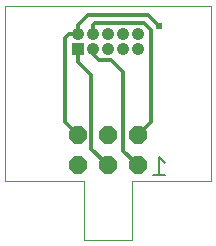
<source format=gbl>
G75*
%MOIN*%
%OFA0B0*%
%FSLAX24Y24*%
%IPPOS*%
%LPD*%
%AMOC8*
5,1,8,0,0,1.08239X$1,22.5*
%
%ADD10C,0.0000*%
%ADD11C,0.0080*%
%ADD12OC8,0.0600*%
%ADD13C,0.0413*%
%ADD14R,0.0413X0.0413*%
%ADD15C,0.0120*%
%ADD16C,0.0240*%
D10*
X000100Y002069D02*
X002738Y002069D01*
X002738Y000100D01*
X004313Y000100D01*
X004313Y002069D01*
X006950Y002069D01*
X006950Y007902D01*
X000100Y007902D01*
X000100Y002069D01*
D11*
X005021Y002265D02*
X005435Y002265D01*
X005228Y002265D02*
X005228Y002886D01*
X005435Y002679D01*
D12*
X004525Y002600D03*
X004525Y003600D03*
X003525Y003600D03*
X003525Y002600D03*
X002525Y002600D03*
X002525Y003600D03*
D13*
X003025Y006475D03*
X003025Y006975D03*
X002525Y006975D03*
X003525Y006975D03*
X003525Y006475D03*
X004025Y006475D03*
X004025Y006975D03*
X004525Y006975D03*
X004525Y006475D03*
D14*
X002525Y006475D03*
D15*
X002525Y006050D01*
X002975Y005600D01*
X002975Y003150D01*
X003525Y002600D01*
X004038Y003088D02*
X004525Y002600D01*
X004038Y003088D02*
X004038Y005694D01*
X003631Y006100D01*
X003225Y006100D01*
X003025Y006300D01*
X003025Y006475D01*
X003025Y006975D02*
X003025Y007275D01*
X003100Y007350D01*
X004725Y007350D01*
X004975Y007100D01*
X004975Y004050D01*
X004525Y003600D01*
X002525Y003600D02*
X002100Y004025D01*
X002100Y006850D01*
X002225Y006975D01*
X002525Y006975D01*
X002525Y007275D01*
X002850Y007600D01*
X004850Y007600D01*
X005225Y007225D01*
D16*
X005225Y007225D03*
M02*

</source>
